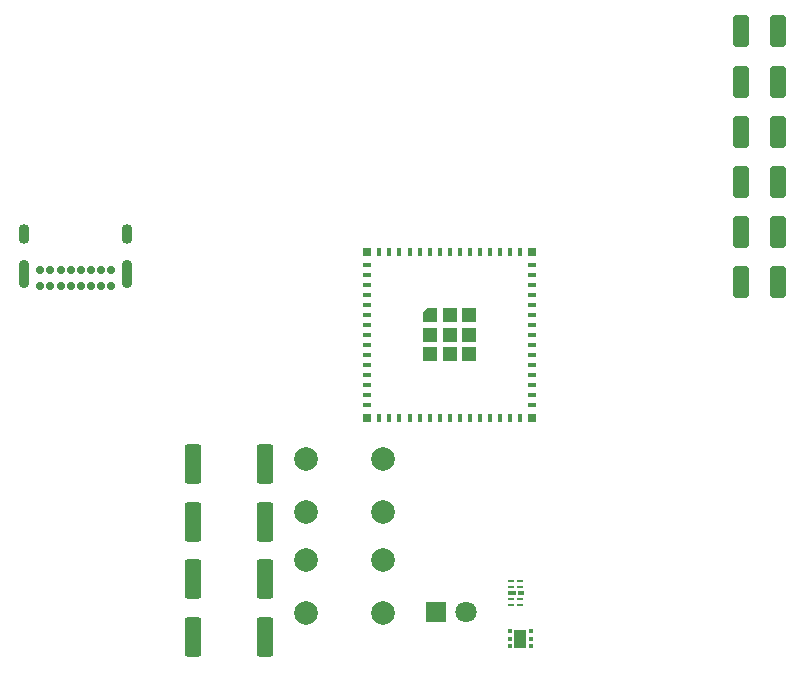
<source format=gbr>
%TF.GenerationSoftware,KiCad,Pcbnew,8.0.5*%
%TF.CreationDate,2024-12-06T12:41:15-05:00*%
%TF.ProjectId,user_interface,75736572-5f69-46e7-9465-72666163652e,rev?*%
%TF.SameCoordinates,Original*%
%TF.FileFunction,Soldermask,Top*%
%TF.FilePolarity,Negative*%
%FSLAX46Y46*%
G04 Gerber Fmt 4.6, Leading zero omitted, Abs format (unit mm)*
G04 Created by KiCad (PCBNEW 8.0.5) date 2024-12-06 12:41:15*
%MOMM*%
%LPD*%
G01*
G04 APERTURE LIST*
G04 Aperture macros list*
%AMRoundRect*
0 Rectangle with rounded corners*
0 $1 Rounding radius*
0 $2 $3 $4 $5 $6 $7 $8 $9 X,Y pos of 4 corners*
0 Add a 4 corners polygon primitive as box body*
4,1,4,$2,$3,$4,$5,$6,$7,$8,$9,$2,$3,0*
0 Add four circle primitives for the rounded corners*
1,1,$1+$1,$2,$3*
1,1,$1+$1,$4,$5*
1,1,$1+$1,$6,$7*
1,1,$1+$1,$8,$9*
0 Add four rect primitives between the rounded corners*
20,1,$1+$1,$2,$3,$4,$5,0*
20,1,$1+$1,$4,$5,$6,$7,0*
20,1,$1+$1,$6,$7,$8,$9,0*
20,1,$1+$1,$8,$9,$2,$3,0*%
%AMOutline5P*
0 Free polygon, 5 corners , with rotation*
0 The origin of the aperture is its center*
0 number of corners: always 5*
0 $1 to $10 corner X, Y*
0 $11 Rotation angle, in degrees counterclockwise*
0 create outline with 5 corners*
4,1,5,$1,$2,$3,$4,$5,$6,$7,$8,$9,$10,$1,$2,$11*%
%AMOutline6P*
0 Free polygon, 6 corners , with rotation*
0 The origin of the aperture is its center*
0 number of corners: always 6*
0 $1 to $12 corner X, Y*
0 $13 Rotation angle, in degrees counterclockwise*
0 create outline with 6 corners*
4,1,6,$1,$2,$3,$4,$5,$6,$7,$8,$9,$10,$11,$12,$1,$2,$13*%
%AMOutline7P*
0 Free polygon, 7 corners , with rotation*
0 The origin of the aperture is its center*
0 number of corners: always 7*
0 $1 to $14 corner X, Y*
0 $15 Rotation angle, in degrees counterclockwise*
0 create outline with 7 corners*
4,1,7,$1,$2,$3,$4,$5,$6,$7,$8,$9,$10,$11,$12,$13,$14,$1,$2,$15*%
%AMOutline8P*
0 Free polygon, 8 corners , with rotation*
0 The origin of the aperture is its center*
0 number of corners: always 8*
0 $1 to $16 corner X, Y*
0 $17 Rotation angle, in degrees counterclockwise*
0 create outline with 8 corners*
4,1,8,$1,$2,$3,$4,$5,$6,$7,$8,$9,$10,$11,$12,$13,$14,$15,$16,$1,$2,$17*%
G04 Aperture macros list end*
%ADD10RoundRect,0.093750X-0.093750X-0.106250X0.093750X-0.106250X0.093750X0.106250X-0.093750X0.106250X0*%
%ADD11R,1.000000X1.600000*%
%ADD12R,0.625000X0.250000*%
%ADD13R,0.700000X0.450000*%
%ADD14R,0.575000X0.450000*%
%ADD15R,0.800000X0.400000*%
%ADD16R,0.400000X0.800000*%
%ADD17Outline5P,-0.600000X0.204000X-0.204000X0.600000X0.600000X0.600000X0.600000X-0.600000X-0.600000X-0.600000X0.000000*%
%ADD18R,1.200000X1.200000*%
%ADD19R,0.800000X0.800000*%
%ADD20C,2.000000*%
%ADD21RoundRect,0.249999X-0.450001X-1.425001X0.450001X-1.425001X0.450001X1.425001X-0.450001X1.425001X0*%
%ADD22C,0.700000*%
%ADD23O,0.900000X2.400000*%
%ADD24O,0.900000X1.700000*%
%ADD25R,1.800000X1.800000*%
%ADD26C,1.800000*%
%ADD27RoundRect,0.250000X-0.412500X-1.100000X0.412500X-1.100000X0.412500X1.100000X-0.412500X1.100000X0*%
G04 APERTURE END LIST*
D10*
%TO.C,U3*%
X150717500Y-93375000D03*
X150717500Y-94025000D03*
X150717500Y-94675000D03*
X152492500Y-94675000D03*
X152492500Y-94025000D03*
X152492500Y-93375000D03*
D11*
X151605000Y-94025000D03*
%TD*%
D12*
%TO.C,U2*%
X150867500Y-89155000D03*
X150867500Y-89655000D03*
D13*
X150905000Y-90155000D03*
D12*
X150867500Y-90655000D03*
X150867500Y-91155000D03*
X151642500Y-91155000D03*
X151642500Y-90655000D03*
D14*
X151667500Y-90155000D03*
D12*
X151642500Y-89655000D03*
X151642500Y-89155000D03*
%TD*%
D15*
%TO.C,U1*%
X138650000Y-62360000D03*
X138650000Y-63210000D03*
X138650000Y-64060000D03*
X138650000Y-64910000D03*
X138650000Y-65760000D03*
X138650000Y-66610000D03*
X138650000Y-67460000D03*
X138650000Y-68310000D03*
X138650000Y-69160000D03*
X138650000Y-70010000D03*
X138650000Y-70860000D03*
X138650000Y-71710000D03*
X138650000Y-72560000D03*
X138650000Y-73410000D03*
X138650000Y-74260000D03*
D16*
X139700000Y-75310000D03*
X140550000Y-75310000D03*
X141400000Y-75310000D03*
X142250000Y-75310000D03*
X143100000Y-75310000D03*
X143950000Y-75310000D03*
X144800000Y-75310000D03*
X145650000Y-75310000D03*
X146500000Y-75310000D03*
X147350000Y-75310000D03*
X148200000Y-75310000D03*
X149050000Y-75310000D03*
X149900000Y-75310000D03*
X150750000Y-75310000D03*
X151600000Y-75310000D03*
D15*
X152650000Y-74260000D03*
X152650000Y-73410000D03*
X152650000Y-72560000D03*
X152650000Y-71710000D03*
X152650000Y-70860000D03*
X152650000Y-70010000D03*
X152650000Y-69160000D03*
X152650000Y-68310000D03*
X152650000Y-67460000D03*
X152650000Y-66610000D03*
X152650000Y-65760000D03*
X152650000Y-64910000D03*
X152650000Y-64060000D03*
X152650000Y-63210000D03*
X152650000Y-62360000D03*
D16*
X151600000Y-61310000D03*
X150750000Y-61310000D03*
X149900000Y-61310000D03*
X149050000Y-61310000D03*
X148200000Y-61310000D03*
X147350000Y-61310000D03*
X146500000Y-61310000D03*
X145650000Y-61310000D03*
X144800000Y-61310000D03*
X143950000Y-61310000D03*
X143100000Y-61310000D03*
X142250000Y-61310000D03*
X141400000Y-61310000D03*
X140550000Y-61310000D03*
X139700000Y-61310000D03*
D17*
X144000000Y-66660000D03*
D18*
X144000000Y-68310000D03*
X144000000Y-69960000D03*
X145650000Y-66660000D03*
X145650000Y-68310000D03*
X145650000Y-69960000D03*
X147300000Y-66660000D03*
X147300000Y-68310000D03*
X147300000Y-69960000D03*
D19*
X138650000Y-61310000D03*
X138650000Y-75310000D03*
X152650000Y-75310000D03*
X152650000Y-61310000D03*
%TD*%
D20*
%TO.C,SW2*%
X133500000Y-87360000D03*
X140000000Y-87360000D03*
X133500000Y-91860000D03*
X140000000Y-91860000D03*
%TD*%
%TO.C,SW1*%
X133500000Y-78810000D03*
X140000000Y-78810000D03*
X133500000Y-83310000D03*
X140000000Y-83310000D03*
%TD*%
D21*
%TO.C,R4*%
X123900000Y-93900000D03*
X130000000Y-93900000D03*
%TD*%
%TO.C,R3*%
X123900000Y-89010000D03*
X130000000Y-89010000D03*
%TD*%
%TO.C,R2*%
X123900000Y-84120000D03*
X130000000Y-84120000D03*
%TD*%
%TO.C,R1*%
X123900000Y-79230000D03*
X130000000Y-79230000D03*
%TD*%
D22*
%TO.C,P1*%
X116950000Y-64160000D03*
X116100000Y-64160000D03*
X115250000Y-64160000D03*
X114400000Y-64160000D03*
X113550000Y-64160000D03*
X112700000Y-64160000D03*
X111850000Y-64160000D03*
X111000000Y-64160000D03*
X111000000Y-62810000D03*
X111850000Y-62810000D03*
X112700000Y-62810000D03*
X113550000Y-62810000D03*
X114400000Y-62810000D03*
X115250000Y-62810000D03*
X116100000Y-62810000D03*
X116950000Y-62810000D03*
D23*
X118300000Y-63180000D03*
D24*
X118300000Y-59800000D03*
D23*
X109650000Y-63180000D03*
D24*
X109650000Y-59800000D03*
%TD*%
D25*
%TO.C,D1*%
X144500000Y-91780000D03*
D26*
X147040000Y-91780000D03*
%TD*%
D27*
%TO.C,C6*%
X170317500Y-63860000D03*
X173442500Y-63860000D03*
%TD*%
%TO.C,C5*%
X170317500Y-59610000D03*
X173442500Y-59610000D03*
%TD*%
%TO.C,C4*%
X170317500Y-55360000D03*
X173442500Y-55360000D03*
%TD*%
%TO.C,C3*%
X170317500Y-51110000D03*
X173442500Y-51110000D03*
%TD*%
%TO.C,C2*%
X170317500Y-46860000D03*
X173442500Y-46860000D03*
%TD*%
%TO.C,C1*%
X170317500Y-42610000D03*
X173442500Y-42610000D03*
%TD*%
M02*

</source>
